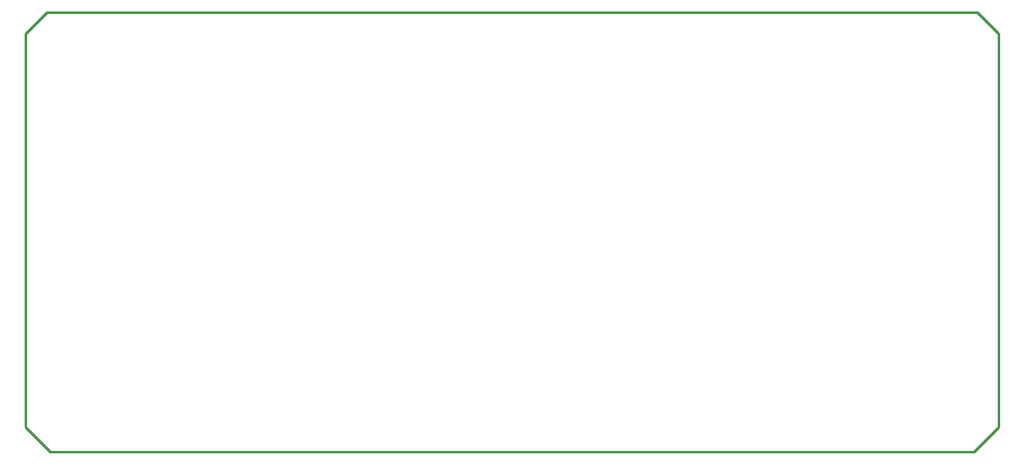
<source format=gbr>
G04 EAGLE Gerber RS-274X export*
G75*
%MOMM*%
%FSLAX34Y34*%
%LPD*%
%IN*%
%IPPOS*%
%AMOC8*
5,1,8,0,0,1.08239X$1,22.5*%
G01*
%ADD10C,0.254000*%


D10*
X0Y76200D02*
X25400Y50800D01*
X977700Y50800D01*
X1003100Y76200D01*
X1003100Y482600D01*
X981000Y504700D01*
X22100Y504700D01*
X0Y482600D01*
X0Y76200D01*
M02*

</source>
